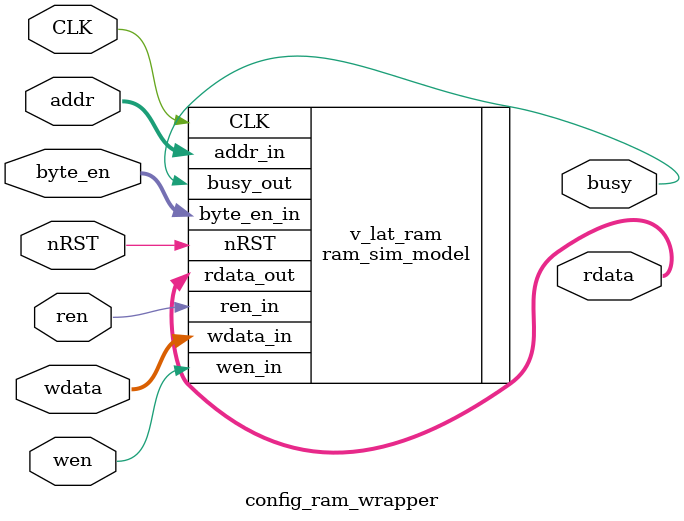
<source format=sv>
/*
*   Copyright 2016 Purdue University
*   
*   Licensed under the Apache License, Version 2.0 (the "License");
*   you may not use this file except in compliance with the License.
*   You may obtain a copy of the License at
*   
*       http://www.apache.org/licenses/LICENSE-2.0
*   
*   Unless required by applicable law or agreed to in writing, software
*   distributed under the License is distributed on an "AS IS" BASIS,
*   WITHOUT WARRANTIES OR CONDITIONS OF ANY KIND, either express or implied.
*   See the License for the specific language governing permissions and
*   limitations under the License.
*   
*   
*   Filename:     config_ram_wrapper.sv
*   
*   Created by:   John Skubic	
*   Email:        jskubic@purdue.edu
*   Date Created: 06/01/2016
*   Description:  Config Ram wrapper should contain the ram module provided by the 
*                 simulation environment being used. If no ram modules are 
*                 provided, an emulated ram module must be created.  
*                 Config ram differs from ram wrapper in that it is not restricted
*                 to the word size of the core.  For that reason, no interface is 
*                 used for config_ram_wrapper to preserve its flexibility.
*/

module config_ram_wrapper #(
  parameter N_BYTES     = 4,
  parameter DEPTH       = 256,
  parameter ENDIANNESS  = "big",
  parameter LAT         = 0,
  parameter ADDR_BITS  = $clog2(DEPTH),
  parameter N_BITS    = N_BYTES*8 
) (
  input logic CLK, nRST,
  input logic [N_BITS-1:0] wdata,
  input logic [ADDR_BITS-1:0] addr,
  input logic [N_BYTES-1:0] byte_en,
  input logic wen, ren,
  output logic [N_BITS-1:0] rdata,
  output logic busy 
);

  ram_sim_model #(.LAT(0), 
                  .ENDIANNESS(ENDIANNESS),
                  .WIDTH(N_BITS),
                  .DEPTH(DEPTH)
  ) v_lat_ram (
    .CLK(CLK),
    .nRST(nRST),
    .wdata_in(wdata),
    .addr_in(addr),
    .byte_en_in(byte_en),
    .wen_in(wen),
    .ren_in(ren),
    .rdata_out(rdata),
    .busy_out(busy)
  );

endmodule

</source>
